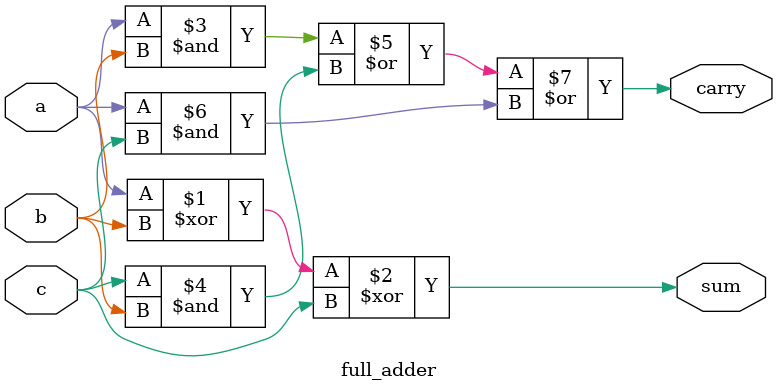
<source format=v>
module full_adder(a,b,c,carry,sum);
input a,b,c;
output sum,carry;

assign sum = a ^ b ^ c;
assign carry = (a & b) | (c & b) | (a & c);

endmodule

</source>
